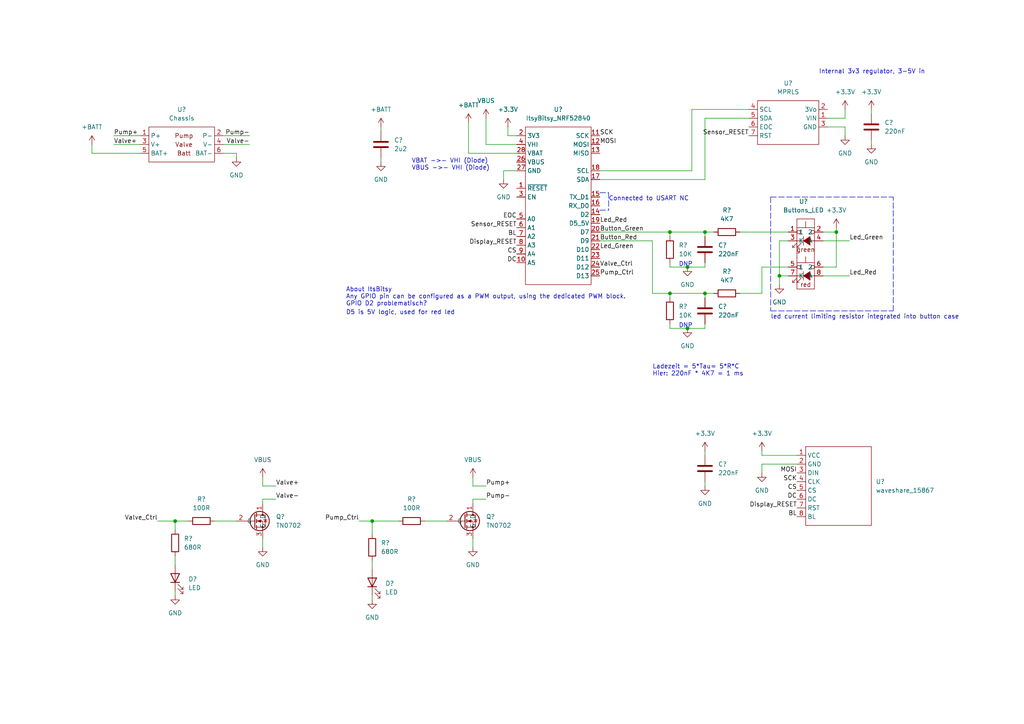
<source format=kicad_sch>
(kicad_sch (version 20211123) (generator eeschema)
  (paper "A4")
  (lib_symbols
    (symbol "Device:C" (pin_numbers hide) (pin_names (offset 0.254))
      (property "Reference" "C" (at 0.635 2.54 0))
      (property "Value" "C" (at 0.635 -2.54 0))
      (symbol "C_0_1"
        (polyline (pts (xy -2.032 -0.762) (xy 2.032 -0.762)) (stroke (width 0.508)))
        (polyline (pts (xy -2.032 0.762) (xy 2.032 0.762)) (stroke (width 0.508)))
      )
      (symbol "C_1_1"
        (pin passive line (at 0 3.81 270) (length 2.794) (name "~") (number "1"))
        (pin passive line (at 0 -3.81 90) (length 2.794) (name "~") (number "2"))
      )
    )
    (symbol "Device:LED" (pin_numbers hide) (pin_names (offset 1.016) hide)
      (property "Reference" "D" (at 0 2.54 0))
      (property "Value" "LED" (at 0 -2.54 0))
      (symbol "LED_0_1"
        (polyline (pts (xy -1.27 -1.27) (xy -1.27 1.27)) (stroke (width 0.254)))
        (polyline (pts (xy -1.27 0) (xy 1.27 0)))
        (polyline (pts (xy 1.27 -1.27) (xy 1.27 1.27) (xy -1.27 0) (xy 1.27 -1.27)) (stroke (width 0.254)))
        (polyline (pts (xy -3.048 -0.762) (xy -4.572 -2.286) (xy -3.81 -2.286) (xy -4.572 -2.286) (xy -4.572 -1.524)))
        (polyline (pts (xy -1.778 -0.762) (xy -3.302 -2.286) (xy -2.54 -2.286) (xy -3.302 -2.286) (xy -3.302 -1.524)))
      )
      (symbol "LED_1_1"
        (pin passive line (at -3.81 0 0) (length 2.54) (name "K") (number "1"))
        (pin passive line (at 3.81 0 180) (length 2.54) (name "A") (number "2"))
      )
    )
    (symbol "Device:R" (pin_numbers hide) (pin_names (offset 0))
      (property "Reference" "R" (at 2.032 0 90))
      (property "Value" "R" (at 0 0 90))
      (symbol "R_0_1"
        (rectangle (start -1.016 -2.54) (end 1.016 2.54) (stroke (width 0.254)))
      )
      (symbol "R_1_1"
        (pin passive line (at 0 3.81 270) (length 1.27) (name "~") (number "1"))
        (pin passive line (at 0 -3.81 90) (length 1.27) (name "~") (number "2"))
      )
    )
    (symbol "PRO_MCU:Buttons_LED"
      (property "Reference" "U" (at 0 0 0))
      (property "Value" "Buttons_LED" (at 0 -1.27 0))
      (symbol "Buttons_LED_0_0"
        (polyline (pts (xy -3.81 -20.955) (xy -2.54 -19.685)))
        (polyline (pts (xy -3.81 -10.795) (xy -2.54 -9.525)))
        (polyline (pts (xy -2.54 -20.955) (xy -1.27 -19.685)))
        (polyline (pts (xy -2.54 -19.05) (xy 2.54 -19.05)))
        (polyline (pts (xy -2.54 -10.795) (xy -1.27 -9.525)))
        (polyline (pts (xy -2.54 -8.89) (xy 2.54 -8.89)))
        (polyline (pts (xy -0.635 -17.78) (xy -0.635 -20.32)))
        (polyline (pts (xy -0.635 -7.62) (xy -0.635 -10.16)))
        (polyline (pts (xy -3.81 -20.32) (xy -3.81 -20.955) (xy -3.175 -20.955)))
        (polyline (pts (xy -3.81 -10.16) (xy -3.81 -10.795) (xy -3.175 -10.795)))
        (polyline (pts (xy -2.54 -20.32) (xy -2.54 -20.955) (xy -1.905 -20.955)))
        (polyline (pts (xy -2.54 -10.16) (xy -2.54 -10.795) (xy -1.905 -10.795)))
        (polyline (pts (xy -0.635 -19.05) (xy 1.27 -17.78) (xy 1.27 -20.32) (xy -0.635 -19.05)) (fill (type outline)))
        (polyline (pts (xy -0.635 -8.89) (xy 1.27 -7.62) (xy 1.27 -10.16) (xy -0.635 -8.89)) (fill (type outline)))
        (text "green" (at 0 -11.43 0) (effects (font (size 1.27 1.27))))
        (text "red" (at 0 -21.59 0) (effects (font (size 1.27 1.27))))
      )
      (symbol "Buttons_LED_0_1"
        (rectangle (start -2.54 -22.86) (end 2.54 -2.54))
        (circle (center -2.032 -16.51) (radius 0.508))
        (circle (center -2.032 -6.35) (radius 0.508))
        (polyline (pts (xy 0 -15.24) (xy 0 -13.462)))
        (polyline (pts (xy 0 -5.08) (xy 0 -3.302)))
        (polyline (pts (xy 2.54 -15.24) (xy -2.54 -15.24)))
        (polyline (pts (xy 2.54 -5.08) (xy -2.54 -5.08)))
        (circle (center 2.032 -16.51) (radius 0.508))
        (circle (center 2.032 -6.35) (radius 0.508))
        (pin passive line (at -5.08 -6.35 0) (length 2.54) (name "1") (number "1"))
        (pin passive line (at 5.08 -6.35 180) (length 2.54) (name "2") (number "2"))
        (pin passive line (at -5.08 -8.89 0) (length 2.54) (name "K") (number "3"))
        (pin passive line (at 5.08 -8.89 180) (length 2.54) (name "A") (number "4"))
        (pin passive line (at -5.08 -16.51 0) (length 2.54) (name "1") (number "5"))
        (pin passive line (at 5.08 -16.51 180) (length 2.54) (name "2") (number "6"))
        (pin passive line (at -5.08 -19.05 0) (length 2.54) (name "K") (number "7"))
        (pin passive line (at 5.08 -19.05 180) (length 2.54) (name "A") (number "8"))
      )
    )
    (symbol "PRO_MCU:Chassis"
      (property "Reference" "U" (at 0 0 0))
      (property "Value" "Chassis" (at 0 -1.27 0))
      (symbol "Chassis_0_0"
        (text "Batt" (at 0 -10.16 0) (effects (font (size 1.27 1.27))))
        (text "Pump" (at 0 -5.08 0) (effects (font (size 1.27 1.27))))
        (text "Valve" (at 0 -7.62 0) (effects (font (size 1.27 1.27))))
      )
      (symbol "Chassis_0_1"
        (rectangle (start -10.16 -2.54) (end 8.89 -12.7))
      )
      (symbol "Chassis_1_1"
        (pin output line (at -12.7 -5.08 0) (length 2.54) (name "P+") (number "1"))
        (pin output line (at 11.43 -5.08 180) (length 2.54) (name "P-") (number "2"))
        (pin output line (at -12.7 -7.62 0) (length 2.54) (name "V+") (number "3"))
        (pin output line (at 11.43 -7.62 180) (length 2.54) (name "V-") (number "4"))
        (pin output line (at -12.7 -10.16 0) (length 2.54) (name "BAT+") (number "5"))
        (pin output line (at 11.43 -10.16 180) (length 2.54) (name "BAT-") (number "6"))
      )
    )
    (symbol "PRO_MCU:ItsyBitsy_NRF52840"
      (property "Reference" "U" (at -8.89 -48.26 0))
      (property "Value" "ItsyBitsy_NRF52840" (at -1.27 2.54 0))
      (symbol "ItsyBitsy_NRF52840_0_1"
        (rectangle (start -10.16 0) (end 8.89 -45.72))
      )
      (symbol "ItsyBitsy_NRF52840_1_1"
        (pin input line (at -12.7 -17.78 0) (length 2.54) (name "~{RESET}") (number "1"))
        (pin output line (at -12.7 -39.37 0) (length 2.54) (name "A5") (number "10"))
        (pin output line (at 11.43 -2.54 180) (length 2.54) (name "SCK") (number "11"))
        (pin output line (at 11.43 -5.08 180) (length 2.54) (name "MOSI") (number "12"))
        (pin output line (at 11.43 -7.62 180) (length 2.54) (name "MISO") (number "13"))
        (pin output line (at 11.43 -25.4 180) (length 2.54) (name "D2") (number "14"))
        (pin output line (at 11.43 -20.32 180) (length 2.54) (name "TX_D1") (number "15"))
        (pin output line (at 11.43 -22.86 180) (length 2.54) (name "RX_D0") (number "16"))
        (pin output line (at 11.43 -15.24 180) (length 2.54) (name "SDA") (number "17"))
        (pin output line (at 11.43 -12.7 180) (length 2.54) (name "SCL") (number "18"))
        (pin output line (at 11.43 -27.94 180) (length 2.54) (name "D5_5V") (number "19"))
        (pin output line (at -12.7 -2.54 0) (length 2.54) (name "3V3") (number "2"))
        (pin output line (at 11.43 -30.48 180) (length 2.54) (name "D7") (number "20"))
        (pin output line (at 11.43 -33.02 180) (length 2.54) (name "D9") (number "21"))
        (pin output line (at 11.43 -35.56 180) (length 2.54) (name "D10") (number "22"))
        (pin output line (at 11.43 -38.1 180) (length 2.54) (name "D11") (number "23"))
        (pin output line (at 11.43 -40.64 180) (length 2.54) (name "D12") (number "24"))
        (pin output line (at 11.43 -43.18 180) (length 2.54) (name "D13") (number "25"))
        (pin output line (at -12.7 -10.16 0) (length 2.54) (name "VBUS") (number "26"))
        (pin output line (at -12.7 -12.7 0) (length 2.54) (name "GND") (number "27"))
        (pin output line (at -12.7 -7.62 0) (length 2.54) (name "VBAT") (number "28"))
        (pin input line (at -12.7 -20.32 0) (length 2.54) (name "EN") (number "3"))
        (pin output line (at -12.7 -5.08 0) (length 2.54) (name "VHI") (number "4"))
        (pin output line (at -12.7 -26.67 0) (length 2.54) (name "A0") (number "5"))
        (pin output line (at -12.7 -29.21 0) (length 2.54) (name "A1") (number "6"))
        (pin output line (at -12.7 -31.75 0) (length 2.54) (name "A2") (number "7"))
        (pin output line (at -12.7 -34.29 0) (length 2.54) (name "A3") (number "8"))
        (pin output line (at -12.7 -36.83 0) (length 2.54) (name "A4") (number "9"))
      )
    )
    (symbol "PRO_MCU:MPRLS"
      (property "Reference" "U2" (at 1.27 13.97 0))
      (property "Value" "MPRLS" (at 1.27 11.43 0))
      (symbol "MPRLS_0_1"
        (rectangle (start -10.16 8.89) (end 7.62 -3.81))
      )
      (symbol "MPRLS_1_1"
        (pin power_in line (at -12.7 3.81 0) (length 2.54) (name "VIN") (number "1"))
        (pin power_out line (at -12.7 6.35 0) (length 2.54) (name "3Vo") (number "2"))
        (pin power_in line (at -12.7 1.27 0) (length 2.54) (name "GND") (number "3"))
        (pin bidirectional line (at 10.16 6.35 180) (length 2.54) (name "SCL") (number "4"))
        (pin bidirectional line (at 10.16 3.81 180) (length 2.54) (name "SDA") (number "5"))
        (pin bidirectional line (at 10.16 1.27 180) (length 2.54) (name "EOC") (number "6"))
        (pin bidirectional line (at 10.16 -1.27 180) (length 2.54) (name "RST") (number "7"))
      )
    )
    (symbol "PRO_MCU:TN0702"
      (property "Reference" "Q" (at 3.81 3.81 0))
      (property "Value" "TN0702" (at 6.35 0 0))
      (symbol "TN0702_0_1"
        (circle (center -0.889 0) (radius 2.794) (stroke (width 0.254)))
        (circle (center 0 -1.778) (radius 0.254) (fill (type outline)))
        (polyline (pts (xy -2.286 0) (xy -5.08 0)))
        (polyline (pts (xy -2.286 1.905) (xy -2.286 -1.905)) (stroke (width 0.254)))
        (polyline (pts (xy -1.778 -1.27) (xy -1.778 -2.286)) (stroke (width 0.254)))
        (polyline (pts (xy -1.778 0.508) (xy -1.778 -0.508)) (stroke (width 0.254)))
        (polyline (pts (xy -1.778 2.286) (xy -1.778 1.27)) (stroke (width 0.254)))
        (polyline (pts (xy 0 2.54) (xy 0 1.778)))
        (polyline (pts (xy 0 -2.54) (xy 0 0) (xy -1.778 0)))
        (polyline (pts (xy -1.778 -1.778) (xy 0.762 -1.778) (xy 0.762 1.778) (xy -1.778 1.778)))
        (polyline (pts (xy -1.524 0) (xy -0.508 0.381) (xy -0.508 -0.381) (xy -1.524 0)) (fill (type outline)))
        (polyline (pts (xy 0.254 0.508) (xy 0.381 0.381) (xy 1.143 0.381) (xy 1.27 0.254)))
        (polyline (pts (xy 0.762 0.381) (xy 0.381 -0.254) (xy 1.143 -0.254) (xy 0.762 0.381)))
        (circle (center 0 1.778) (radius 0.254) (fill (type outline)))
      )
      (symbol "TN0702_1_1"
        (pin passive line (at 0 5.08 270) (length 2.54) (name "D") (number "1"))
        (pin input line (at -7.62 0 0) (length 2.54) (name "G") (number "2"))
        (pin passive line (at 0 -5.08 90) (length 2.54) (name "S") (number "3"))
      )
    )
    (symbol "PRO_MCU:waveshare_15867"
      (property "Reference" "U" (at -7.62 13.97 0))
      (property "Value" "waveshare_15867" (at 0 11.43 0))
      (symbol "waveshare_15867_0_1"
        (rectangle (start -8.89 10.16) (end 10.16 -12.7))
      )
      (symbol "waveshare_15867_1_1"
        (pin power_in line (at -11.43 7.62 0) (length 2.54) (name "VCC") (number "1"))
        (pin power_in line (at -11.43 5.08 0) (length 2.54) (name "GND") (number "2"))
        (pin input line (at -11.43 2.54 0) (length 2.54) (name "DIN") (number "3"))
        (pin input line (at -11.43 0 0) (length 2.54) (name "CLK") (number "4"))
        (pin input line (at -11.43 -2.54 0) (length 2.54) (name "CS") (number "5"))
        (pin input line (at -11.43 -5.08 0) (length 2.54) (name "DC") (number "6"))
        (pin input line (at -11.43 -7.62 0) (length 2.54) (name "RST") (number "7"))
        (pin input line (at -11.43 -10.16 0) (length 2.54) (name "BL") (number "8"))
      )
    )
    (symbol "power:+3.3V" (power) (pin_names (offset 0))
      (property "Value" "+3.3V" (at 0 3.556 0))
      (symbol "+3.3V_0_1"
        (polyline (pts (xy -0.762 1.27) (xy 0 2.54)))
        (polyline (pts (xy 0 0) (xy 0 2.54)))
        (polyline (pts (xy 0 2.54) (xy 0.762 1.27)))
      )
      (symbol "+3.3V_1_1"
        (pin power_in line (at 0 0 90) (length 0) hide (name "+3.3V") (number "1"))
      )
    )
    (symbol "power:+BATT" (power) (pin_names (offset 0))
      (property "Value" "+BATT" (at 0 3.556 0))
      (symbol "+BATT_0_1"
        (polyline (pts (xy -0.762 1.27) (xy 0 2.54)))
        (polyline (pts (xy 0 0) (xy 0 2.54)))
        (polyline (pts (xy 0 2.54) (xy 0.762 1.27)))
      )
      (symbol "+BATT_1_1"
        (pin power_in line (at 0 0 90) (length 0) hide (name "+BATT") (number "1"))
      )
    )
    (symbol "power:GND" (power) (pin_names (offset 0))
      (property "Value" "GND" (at 0 -3.81 0))
      (symbol "GND_0_1"
        (polyline (pts (xy 0 0) (xy 0 -1.27) (xy 1.27 -1.27) (xy 0 -2.54) (xy -1.27 -1.27) (xy 0 -1.27)))
      )
      (symbol "GND_1_1"
        (pin power_in line (at 0 0 270) (length 0) hide (name "GND") (number "1"))
      )
    )
    (symbol "power:VBUS" (power) (pin_names (offset 0))
      (property "Value" "VBUS" (at 0 3.81 0))
      (symbol "VBUS_0_1"
        (polyline (pts (xy -0.762 1.27) (xy 0 2.54)))
        (polyline (pts (xy 0 0) (xy 0 2.54)))
        (polyline (pts (xy 0 2.54) (xy 0.762 1.27)))
      )
      (symbol "VBUS_1_1"
        (pin power_in line (at 0 0 90) (length 0) hide (name "VBUS") (number "1"))
      )
    )
  )
  (junction (at 226.06 80.01))
  (junction (at 194.31 67.31))
  (junction (at 194.31 85.09))
  (junction (at 204.47 67.31))
  (junction (at 107.95 151.13))
  (junction (at 50.8 151.13))
  (junction (at 199.39 77.47))
  (junction (at 199.39 95.25))
  (junction (at 204.47 85.09))
  (junction (at 242.57 67.31))
  (wire (pts (xy 147.32 36.83) (xy 147.32 39.37)))
  (wire (pts (xy 204.47 130.81) (xy 204.47 132.08)))
  (wire (pts (xy 104.14 151.13) (xy 107.95 151.13)))
  (wire (pts (xy 194.31 67.31) (xy 204.47 67.31)))
  (wire (pts (xy 137.16 140.97) (xy 140.97 140.97)))
  (wire (pts (xy 245.11 36.83) (xy 245.11 39.37)))
  (wire (pts (xy 240.03 36.83) (xy 245.11 36.83)))
  (wire (pts (xy 26.67 44.45) (xy 40.64 44.45)))
  (wire (pts (xy 200.66 49.53) (xy 200.66 31.75)))
  (wire (pts (xy 200.66 31.75) (xy 217.17 31.75)))
  (wire (pts (xy 173.99 69.85) (xy 189.23 69.85)))
  (wire (pts (xy 204.47 139.7) (xy 204.47 140.97)))
  (wire (pts (xy 45.72 151.13) (xy 50.8 151.13)))
  (wire (pts (xy 226.06 80.01) (xy 228.6 80.01)))
  (wire (pts (xy 50.8 172.72) (xy 50.8 171.45)))
  (wire (pts (xy 204.47 86.36) (xy 204.47 85.09)))
  (wire (pts (xy 214.63 85.09) (xy 220.98 85.09)))
  (wire (pts (xy 123.19 151.13) (xy 129.54 151.13)))
  (wire (pts (xy 220.98 134.62) (xy 220.98 137.16)))
  (wire (pts (xy 76.2 144.78) (xy 76.2 146.05)))
  (wire (pts (xy 189.23 85.09) (xy 194.31 85.09)))
  (wire (pts (xy 110.49 36.83) (xy 110.49 38.1)))
  (wire (pts (xy 173.99 49.53) (xy 200.66 49.53)))
  (wire (pts (xy 194.31 85.09) (xy 204.47 85.09)))
  (wire (pts (xy 50.8 161.29) (xy 50.8 163.83)))
  (wire (pts (xy 252.73 40.64) (xy 252.73 41.91)))
  (wire (pts (xy 238.76 80.01) (xy 246.38 80.01)))
  (wire (pts (xy 173.99 52.07) (xy 204.47 52.07)))
  (wire (pts (xy 214.63 67.31) (xy 228.6 67.31)))
  (polyline (pts (xy 223.52 57.15) (xy 223.52 90.17)))
  (wire (pts (xy 199.39 77.47) (xy 204.47 77.47)))
  (wire (pts (xy 194.31 93.98) (xy 194.31 95.25)))
  (wire (pts (xy 220.98 132.08) (xy 220.98 130.81)))
  (wire (pts (xy 231.14 132.08) (xy 220.98 132.08)))
  (wire (pts (xy 62.23 151.13) (xy 68.58 151.13)))
  (wire (pts (xy 194.31 68.58) (xy 194.31 67.31)))
  (wire (pts (xy 194.31 76.2) (xy 194.31 77.47)))
  (wire (pts (xy 204.47 67.31) (xy 207.01 67.31)))
  (wire (pts (xy 194.31 77.47) (xy 199.39 77.47)))
  (wire (pts (xy 245.11 34.29) (xy 245.11 31.75)))
  (wire (pts (xy 204.47 76.2) (xy 204.47 77.47)))
  (wire (pts (xy 26.67 41.91) (xy 26.67 44.45)))
  (wire (pts (xy 238.76 69.85) (xy 246.38 69.85)))
  (wire (pts (xy 240.03 34.29) (xy 245.11 34.29)))
  (wire (pts (xy 68.58 44.45) (xy 68.58 45.72)))
  (polyline (pts (xy 176.53 55.88) (xy 176.53 60.96)))
  (wire (pts (xy 242.57 77.47) (xy 238.76 77.47)))
  (wire (pts (xy 242.57 67.31) (xy 242.57 77.47)))
  (wire (pts (xy 226.06 80.01) (xy 226.06 69.85)))
  (wire (pts (xy 33.02 41.91) (xy 40.64 41.91)))
  (wire (pts (xy 76.2 140.97) (xy 80.01 140.97)))
  (wire (pts (xy 107.95 151.13) (xy 107.95 154.94)))
  (wire (pts (xy 140.97 144.78) (xy 137.16 144.78)))
  (wire (pts (xy 147.32 39.37) (xy 149.86 39.37)))
  (wire (pts (xy 140.97 41.91) (xy 149.86 41.91)))
  (wire (pts (xy 204.47 52.07) (xy 204.47 34.29)))
  (wire (pts (xy 76.2 138.43) (xy 76.2 140.97)))
  (wire (pts (xy 242.57 67.31) (xy 238.76 67.31)))
  (polyline (pts (xy 173.99 55.88) (xy 176.53 55.88)))
  (wire (pts (xy 194.31 86.36) (xy 194.31 85.09)))
  (wire (pts (xy 189.23 69.85) (xy 189.23 85.09)))
  (wire (pts (xy 242.57 66.04) (xy 242.57 67.31)))
  (wire (pts (xy 204.47 93.98) (xy 204.47 95.25)))
  (wire (pts (xy 149.86 44.45) (xy 135.89 44.45)))
  (wire (pts (xy 252.73 31.75) (xy 252.73 33.02)))
  (wire (pts (xy 220.98 85.09) (xy 220.98 77.47)))
  (wire (pts (xy 137.16 156.21) (xy 137.16 158.75)))
  (wire (pts (xy 76.2 156.21) (xy 76.2 158.75)))
  (wire (pts (xy 64.77 41.91) (xy 72.39 41.91)))
  (wire (pts (xy 107.95 173.99) (xy 107.95 172.72)))
  (wire (pts (xy 220.98 134.62) (xy 231.14 134.62)))
  (wire (pts (xy 226.06 82.55) (xy 226.06 80.01)))
  (wire (pts (xy 146.05 49.53) (xy 146.05 52.07)))
  (wire (pts (xy 173.99 67.31) (xy 194.31 67.31)))
  (wire (pts (xy 149.86 49.53) (xy 146.05 49.53)))
  (polyline (pts (xy 173.99 60.96) (xy 176.53 60.96)))
  (wire (pts (xy 199.39 95.25) (xy 204.47 95.25)))
  (polyline (pts (xy 223.52 57.15) (xy 259.08 57.15)))
  (polyline (pts (xy 223.52 90.17) (xy 259.08 90.17)))
  (polyline (pts (xy 259.08 90.17) (xy 259.08 57.15)))
  (wire (pts (xy 220.98 77.47) (xy 228.6 77.47)))
  (wire (pts (xy 107.95 151.13) (xy 115.57 151.13)))
  (wire (pts (xy 64.77 44.45) (xy 68.58 44.45)))
  (wire (pts (xy 64.77 39.37) (xy 72.39 39.37)))
  (wire (pts (xy 135.89 35.56) (xy 135.89 44.45)))
  (wire (pts (xy 204.47 34.29) (xy 217.17 34.29)))
  (wire (pts (xy 50.8 151.13) (xy 50.8 153.67)))
  (wire (pts (xy 204.47 85.09) (xy 207.01 85.09)))
  (wire (pts (xy 50.8 151.13) (xy 54.61 151.13)))
  (wire (pts (xy 80.01 144.78) (xy 76.2 144.78)))
  (wire (pts (xy 137.16 138.43) (xy 137.16 140.97)))
  (wire (pts (xy 107.95 162.56) (xy 107.95 165.1)))
  (wire (pts (xy 226.06 69.85) (xy 228.6 69.85)))
  (wire (pts (xy 194.31 95.25) (xy 199.39 95.25)))
  (wire (pts (xy 204.47 68.58) (xy 204.47 67.31)))
  (wire (pts (xy 110.49 45.72) (xy 110.49 46.99)))
  (wire (pts (xy 137.16 144.78) (xy 137.16 146.05)))
  (wire (pts (xy 140.97 34.29) (xy 140.97 41.91)))
  (wire (pts (xy 33.02 39.37) (xy 40.64 39.37)))
  (text "DNP" (at 196.85 77.47 0) (effects (font (size 1.27 1.27)) (justify left bottom)))
  (text "Connected to USART NC" (at 176.53 58.42 0) (effects (font (size 1.27 1.27)) (justify left bottom)))
  (text "About ItsBitsy\nAny GPIO pin can be configured as a PWM output, using the dedicated PWM block.\nGPIO D2 problematisch?" (at 100.33 88.9 0) (effects (font (size 1.27 1.27)) (justify left bottom)))
  (text "VBAT ->- VHI (Diode)\nVBUS ->- VHI (Diode)" (at 119.38 49.53 0) (effects (font (size 1.27 1.27)) (justify left bottom)))
  (text "led current limiting resistor integrated into button case" (at 223.52 92.71 0) (effects (font (size 1.27 1.27)) (justify left bottom)))
  (text "Internal 3v3 regulator, 3-5V in\n" (at 237.49 21.59 0) (effects (font (size 1.27 1.27)) (justify left bottom)))
  (text "DNP" (at 196.85 95.25 0) (effects (font (size 1.27 1.27)) (justify left bottom)))
  (text "Ladezeit = 5*Tau= 5*R*C\nHier: 220nF * 4K7 = 1 ms" (at 189.23 109.22 0) (effects (font (size 1.27 1.27)) (justify left bottom)))
  (text "D5 is 5V logic, used for red led\n" (at 100.33 91.44 0) (effects (font (size 1.27 1.27)) (justify left bottom)))
  (label "Pump_Ctrl" (at 173.99 80.01 0))
  (label "DC" (at 149.86 76.2 180))
  (label "Led_Green" (at 246.38 69.85 0))
  (label "Button_Green" (at 173.99 67.31 0))
  (label "BL" (at 149.86 68.58 180))
  (label "Display_RESET" (at 149.86 71.12 180))
  (label "Pump+" (at 33.02 39.37 0))
  (label "Valve+" (at 80.01 140.97 0))
  (label "Led_Red" (at 173.99 64.77 0))
  (label "EOC" (at 149.86 63.5 180))
  (label "MOSI" (at 231.14 137.16 180))
  (label "Display_RESET" (at 231.14 147.32 180))
  (label "CS" (at 231.14 142.24 180))
  (label "Valve_Ctrl" (at 45.72 151.13 180))
  (label "CS" (at 149.86 73.66 180))
  (label "Button_Red" (at 173.99 69.85 0))
  (label "Valve-" (at 80.01 144.78 0))
  (label "Pump-" (at 140.97 144.78 0))
  (label "MOSI" (at 173.99 41.91 0))
  (label "Pump-" (at 72.39 39.37 180))
  (label "SCK" (at 173.99 39.37 0))
  (label "Pump+" (at 140.97 140.97 0))
  (label "DC" (at 231.14 144.78 180))
  (label "Valve-" (at 72.39 41.91 180))
  (label "Sensor_RESET" (at 217.17 39.37 180))
  (label "Valve+" (at 33.02 41.91 0))
  (label "BL" (at 231.14 149.86 180))
  (label "Pump_Ctrl" (at 104.14 151.13 180))
  (label "SCK" (at 231.14 139.7 180))
  (label "Led_Red" (at 246.38 80.01 0))
  (label "Sensor_RESET" (at 149.86 66.04 180))
  (label "Led_Green" (at 173.99 72.39 0))
  (label "Valve_Ctrl" (at 173.99 77.47 0))
  (symbol (lib_id "Device:R") (at 50.8 157.48 180) (unit 1)
    (property "Reference" "R?" (at 53.34 156.2099 0) (effects (justify right)))
    (property "Value" "680R" (at 53.34 158.7499 0) (effects (justify right)))
    (property "Footprint" "Resistor_THT:R_Axial_DIN0207_L6.3mm_D2.5mm_P10.16mm_Horizontal" (effects hide))
  )
  (symbol (lib_id "power:GND") (at 199.39 95.25 0) (unit 1)
    (property "Reference" "#PWR?" (effects hide))
    (property "Value" "GND" (at 199.39 100.33 0))
  )
  (symbol (lib_id "Device:R") (at 194.31 90.17 180) (unit 1) (in_bom no) (on_board no)
    (property "Reference" "R?" (at 196.85 88.8999 0) (effects (justify right)))
    (property "Value" "10K" (at 196.85 91.4399 0) (effects (justify right)))
    (property "Footprint" "Resistor_THT:R_Axial_DIN0207_L6.3mm_D2.5mm_P10.16mm_Horizontal" (effects hide))
  )
  (symbol (lib_id "Device:R") (at 119.38 151.13 90) (unit 1)
    (property "Reference" "R?" (at 119.38 144.78 90))
    (property "Value" "100R" (at 119.38 147.32 90))
    (property "Footprint" "Resistor_THT:R_Axial_DIN0207_L6.3mm_D2.5mm_P10.16mm_Horizontal" (effects hide))
  )
  (symbol (lib_id "Device:R") (at 107.95 158.75 180) (unit 1)
    (property "Reference" "R?" (at 110.49 157.4799 0) (effects (justify right)))
    (property "Value" "680R" (at 110.49 160.0199 0) (effects (justify right)))
    (property "Footprint" "Resistor_THT:R_Axial_DIN0207_L6.3mm_D2.5mm_P10.16mm_Horizontal" (effects hide))
  )
  (symbol (lib_id "power:+3.3V") (at 252.73 31.75 0) (unit 1)
    (property "Reference" "#PWR?" (effects hide))
    (property "Value" "+3.3V" (at 252.73 26.67 0))
  )
  (symbol (lib_id "power:GND") (at 220.98 137.16 0) (unit 1)
    (property "Reference" "#PWR?" (effects hide))
    (property "Value" "GND" (at 220.98 142.24 0))
  )
  (symbol (lib_id "power:GND") (at 226.06 82.55 0) (unit 1)
    (property "Reference" "#PWR?" (effects hide))
    (property "Value" "GND" (at 226.06 87.63 0))
  )
  (symbol (lib_id "Device:C") (at 252.73 36.83 0) (unit 1)
    (property "Reference" "C?" (at 256.54 35.5599 0) (effects (justify left)))
    (property "Value" "220nF" (at 256.54 38.0999 0) (effects (justify left)))
  )
  (symbol (lib_id "Device:R") (at 58.42 151.13 90) (unit 1)
    (property "Reference" "R?" (at 58.42 144.78 90))
    (property "Value" "100R" (at 58.42 147.32 90))
    (property "Footprint" "Resistor_THT:R_Axial_DIN0207_L6.3mm_D2.5mm_P10.16mm_Horizontal" (effects hide))
  )
  (symbol (lib_id "power:+BATT") (at 26.67 41.91 0) (unit 1)
    (property "Reference" "#PWR?" (effects hide))
    (property "Value" "+BATT" (at 26.67 36.83 0))
  )
  (symbol (lib_id "power:GND") (at 110.49 46.99 0) (unit 1)
    (property "Reference" "#PWR?" (effects hide))
    (property "Value" "GND" (at 110.49 52.07 0))
  )
  (symbol (lib_id "power:+BATT") (at 135.89 35.56 0) (unit 1)
    (property "Reference" "#PWR?" (effects hide))
    (property "Value" "+BATT" (at 135.89 30.48 0))
  )
  (symbol (lib_id "Device:R") (at 210.82 67.31 90) (unit 1)
    (property "Reference" "R?" (at 210.82 60.96 90))
    (property "Value" "4K7" (at 210.82 63.5 90))
    (property "Footprint" "Resistor_THT:R_Axial_DIN0207_L6.3mm_D2.5mm_P10.16mm_Horizontal" (effects hide))
  )
  (symbol (lib_id "PRO_MCU:Chassis") (at 53.34 34.29 0) (unit 1)
    (property "Reference" "U?" (at 52.705 31.75 0))
    (property "Value" "Chassis" (at 52.705 34.29 0))
    (property "Footprint" "Connector_IDC:IDC-Header_2x03_P2.54mm_Vertical" (effects hide))
  )
  (symbol (lib_id "Device:LED") (at 107.95 168.91 90) (unit 1)
    (property "Reference" "D?" (at 111.76 169.2274 90) (effects (justify right)))
    (property "Value" "LED" (at 111.76 171.7674 90) (effects (justify right)))
  )
  (symbol (lib_id "Device:C") (at 204.47 90.17 0) (unit 1)
    (property "Reference" "C?" (at 208.28 88.8999 0) (effects (justify left)))
    (property "Value" "220nF" (at 208.28 91.4399 0) (effects (justify left)))
  )
  (symbol (lib_id "PRO_MCU:TN0702") (at 137.16 151.13 0) (unit 1)
    (property "Reference" "Q?" (at 140.97 149.8599 0) (effects (justify left)))
    (property "Value" "TN0702" (at 140.97 152.3999 0) (effects (justify left)))
    (property "Footprint" "Package_TO_SOT_THT:TO-92" (effects hide))
  )
  (symbol (lib_id "power:GND") (at 107.95 173.99 0) (unit 1)
    (property "Reference" "#PWR?" (effects hide))
    (property "Value" "GND" (at 107.95 179.07 0))
  )
  (symbol (lib_id "Device:C") (at 204.47 135.89 0) (unit 1)
    (property "Reference" "C?" (at 208.28 134.6199 0) (effects (justify left)))
    (property "Value" "220nF" (at 208.28 137.1599 0) (effects (justify left)))
  )
  (symbol (lib_id "Device:C") (at 110.49 41.91 0) (unit 1)
    (property "Reference" "C?" (at 114.3 40.6399 0) (effects (justify left)))
    (property "Value" "2u2" (at 114.3 43.1799 0) (effects (justify left)))
  )
  (symbol (lib_id "power:+3.3V") (at 245.11 31.75 0) (unit 1)
    (property "Reference" "#PWR?" (effects hide))
    (property "Value" "+3.3V" (at 245.11 26.67 0))
  )
  (symbol (lib_id "PRO_MCU:TN0702") (at 76.2 151.13 0) (unit 1)
    (property "Reference" "Q?" (at 80.01 149.8599 0) (effects (justify left)))
    (property "Value" "TN0702" (at 80.01 152.3999 0) (effects (justify left)))
    (property "Footprint" "Package_TO_SOT_THT:TO-92" (effects hide))
  )
  (symbol (lib_id "power:GND") (at 76.2 158.75 0) (unit 1)
    (property "Reference" "#PWR?" (effects hide))
    (property "Value" "GND" (at 76.2 163.83 0))
  )
  (symbol (lib_id "PRO_MCU:Buttons_LED") (at 233.68 60.96 0) (unit 1)
    (property "Reference" "U?" (at 233.045 58.42 0))
    (property "Value" "Buttons_LED" (at 233.045 60.96 0))
    (property "Footprint" "Connector_IDC:IDC-Header_2x04_P2.54mm_Vertical" (effects hide))
  )
  (symbol (lib_id "Device:R") (at 194.31 72.39 180) (unit 1) (in_bom no) (on_board no)
    (property "Reference" "R?" (at 196.85 71.1199 0) (effects (justify right)))
    (property "Value" "10K" (at 196.85 73.6599 0) (effects (justify right)))
    (property "Footprint" "Resistor_THT:R_Axial_DIN0207_L6.3mm_D2.5mm_P10.16mm_Horizontal" (effects hide))
  )
  (symbol (lib_id "Device:LED") (at 50.8 167.64 90) (unit 1)
    (property "Reference" "D?" (at 54.61 167.9574 90) (effects (justify right)))
    (property "Value" "LED" (at 54.61 170.4974 90) (effects (justify right)))
  )
  (symbol (lib_id "power:VBUS") (at 76.2 138.43 0) (unit 1)
    (property "Reference" "#PWR?" (effects hide))
    (property "Value" "VBUS" (at 76.2 133.35 0))
  )
  (symbol (lib_id "power:+3.3V") (at 147.32 36.83 0) (unit 1)
    (property "Reference" "#PWR?" (effects hide))
    (property "Value" "+3.3V" (at 147.32 31.75 0))
  )
  (symbol (lib_id "PRO_MCU:ItsyBitsy_NRF52840") (at 162.56 36.83 0) (unit 1)
    (property "Reference" "U?" (at 161.925 31.75 0))
    (property "Value" "ItsyBitsy_NRF52840" (at 161.925 34.29 0))
    (property "Footprint" "PRO_MCU:ItsyBitsy_NRF52840" (effects hide))
  )
  (symbol (lib_id "Device:C") (at 204.47 72.39 0) (unit 1)
    (property "Reference" "C?" (at 208.28 71.1199 0) (effects (justify left)))
    (property "Value" "220nF" (at 208.28 73.6599 0) (effects (justify left)))
  )
  (symbol (lib_id "power:GND") (at 204.47 140.97 0) (unit 1)
    (property "Reference" "#PWR?" (effects hide))
    (property "Value" "GND" (at 204.47 146.05 0))
  )
  (symbol (lib_id "PRO_MCU:MPRLS") (at 227.33 38.1 0) (mirror y) (unit 1)
    (property "Reference" "U?" (at 228.6 24.13 0))
    (property "Value" "MPRLS" (at 228.6 26.67 0))
    (property "Footprint" "PRO_MCU:MPRLS" (effects hide))
  )
  (symbol (lib_id "Device:R") (at 210.82 85.09 90) (unit 1)
    (property "Reference" "R?" (at 210.82 78.74 90))
    (property "Value" "4K7" (at 210.82 81.28 90))
    (property "Footprint" "Resistor_THT:R_Axial_DIN0207_L6.3mm_D2.5mm_P10.16mm_Horizontal" (effects hide))
  )
  (symbol (lib_id "power:GND") (at 199.39 77.47 0) (unit 1)
    (property "Reference" "#PWR?" (effects hide))
    (property "Value" "GND" (at 199.39 82.55 0))
  )
  (symbol (lib_id "power:+BATT") (at 110.49 36.83 0) (unit 1)
    (property "Reference" "#PWR?" (effects hide))
    (property "Value" "+BATT" (at 110.49 31.75 0))
  )
  (symbol (lib_id "power:VBUS") (at 140.97 34.29 0) (unit 1)
    (property "Reference" "#PWR?" (effects hide))
    (property "Value" "VBUS" (at 140.97 29.21 0))
  )
  (symbol (lib_id "power:GND") (at 137.16 158.75 0) (unit 1)
    (property "Reference" "#PWR?" (effects hide))
    (property "Value" "GND" (at 137.16 163.83 0))
  )
  (symbol (lib_id "power:+3.3V") (at 242.57 66.04 0) (unit 1)
    (property "Reference" "#PWR?" (effects hide))
    (property "Value" "+3.3V" (at 242.57 60.96 0))
  )
  (symbol (lib_id "power:GND") (at 50.8 172.72 0) (unit 1)
    (property "Reference" "#PWR?" (effects hide))
    (property "Value" "GND" (at 50.8 177.8 0))
  )
  (symbol (lib_id "PRO_MCU:waveshare_15867") (at 242.57 139.7 0) (unit 1)
    (property "Reference" "U?" (at 254 139.6999 0) (effects (justify left)))
    (property "Value" "waveshare_15867" (at 254 142.2399 0) (effects (justify left)))
    (property "Footprint" "Connector_IDC:IDC-Header_2x04_P2.54mm_Vertical" (effects hide))
  )
  (symbol (lib_id "power:GND") (at 245.11 39.37 0) (unit 1)
    (property "Reference" "#PWR?" (effects hide))
    (property "Value" "GND" (at 245.11 44.45 0))
  )
  (symbol (lib_id "power:GND") (at 252.73 41.91 0) (unit 1)
    (property "Reference" "#PWR?" (effects hide))
    (property "Value" "GND" (at 252.73 46.99 0))
  )
  (symbol (lib_id "power:+3.3V") (at 204.47 130.81 0) (unit 1)
    (property "Reference" "#PWR?" (effects hide))
    (property "Value" "+3.3V" (at 204.47 125.73 0))
  )
  (symbol (lib_id "power:VBUS") (at 137.16 138.43 0) (unit 1)
    (property "Reference" "#PWR?" (effects hide))
    (property "Value" "VBUS" (at 137.16 133.35 0))
  )
  (symbol (lib_id "power:+3.3V") (at 220.98 130.81 0) (unit 1)
    (property "Reference" "#PWR?" (effects hide))
    (property "Value" "+3.3V" (at 220.98 125.73 0))
  )
  (symbol (lib_id "power:GND") (at 146.05 52.07 0) (unit 1)
    (property "Reference" "#PWR?" (effects hide))
    (property "Value" "GND" (at 146.05 57.15 0))
  )
  (symbol (lib_id "power:GND") (at 68.58 45.72 0) (unit 1)
    (property "Reference" "#PWR?" (effects hide))
    (property "Value" "GND" (at 68.58 50.8 0))
  )
)
</source>
